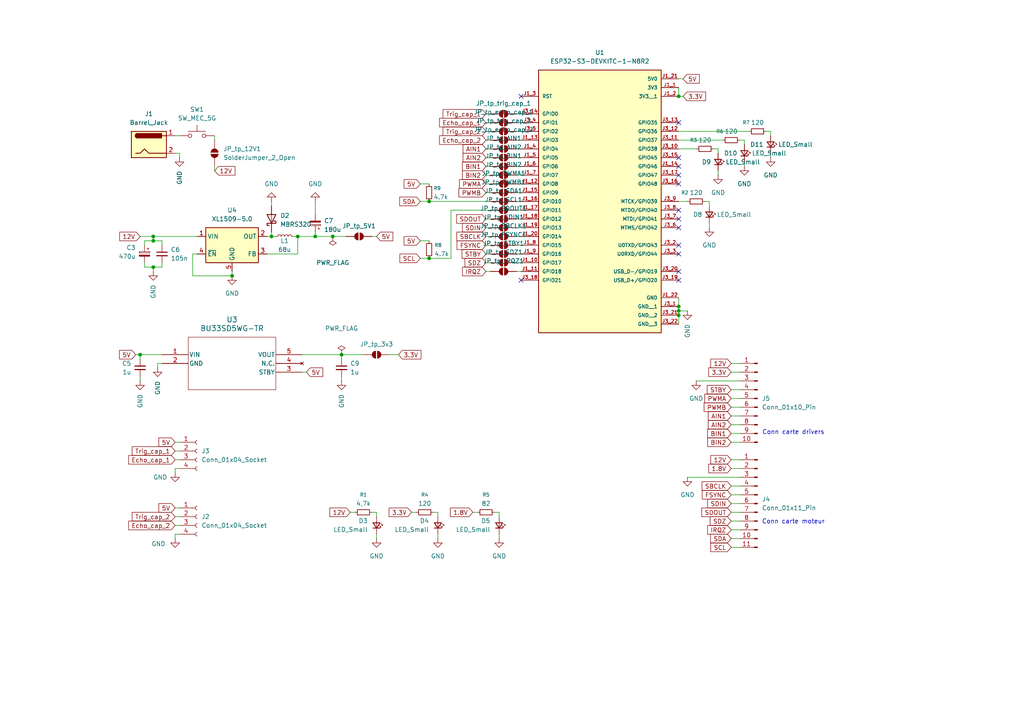
<source format=kicad_sch>
(kicad_sch (version 20250114) (generator "eeschema") (generator_version "9.0")
  (paper "A4")
  (lib_symbols
    (symbol "2025-09-19_12-39-26:BU33SD5WG-TR" (pin_names (offset 0.254))
      (property "Reference" "U" (at 20.32 10.16 0))
      (property "Value" "BU33SD5WG-TR" (at 20.32 7.62 0))
      (symbol "BU33SD5WG-TR_0_1"
        (pin unspecified line (at 0 0 0) (length 7.62) (name "VIN") (number "1"))
        (pin power_out line (at 0 -2.54 0) (length 7.62) (name "GND") (number "2"))
        (pin output line (at 40.64 0 180) (length 7.62) (name "VOUT") (number "5"))
        (pin no_connect line (at 40.64 -2.54 180) (length 7.62) (name "N.C.") (number "4"))
        (pin unspecified line (at 40.64 -5.08 180) (length 7.62) (name "STBY") (number "3"))
      )
    )
    (symbol "Connector:Barrel_Jack" (pin_names (offset 1.016))
      (property "Reference" "J" (at 0 5.334 0))
      (property "Value" "Barrel_Jack" (at 0 -5.08 0))
      (symbol "Barrel_Jack_1_1"
        (pin passive line (at 7.62 2.54 180) (length 2.54) (name "~") (number "1"))
        (pin passive line (at 7.62 -2.54 180) (length 2.54) (name "~") (number "2"))
      )
    )
    (symbol "Connector:Conn_01x04_Socket" (pin_names (offset 1.016) (hide yes))
      (property "Reference" "J" (at 0 5.08 0))
      (property "Value" "Conn_01x04_Socket" (at 0 -7.62 0))
      (symbol "Conn_01x04_Socket_1_1"
        (pin passive line (at -5.08 2.54 0) (length 3.81) (name "Pin_1") (number "1"))
        (pin passive line (at -5.08 0 0) (length 3.81) (name "Pin_2") (number "2"))
        (pin passive line (at -5.08 -2.54 0) (length 3.81) (name "Pin_3") (number "3"))
        (pin passive line (at -5.08 -5.08 0) (length 3.81) (name "Pin_4") (number "4"))
      )
    )
    (symbol "Connector:Conn_01x10_Pin" (pin_names (offset 1.016) (hide yes))
      (property "Reference" "J" (at 0 12.7 0))
      (property "Value" "Conn_01x10_Pin" (at 0 -15.24 0))
      (symbol "Conn_01x10_Pin_1_1"
        (pin passive line (at 5.08 10.16 180) (length 3.81) (name "Pin_1") (number "1"))
        (pin passive line (at 5.08 7.62 180) (length 3.81) (name "Pin_2") (number "2"))
        (pin passive line (at 5.08 5.08 180) (length 3.81) (name "Pin_3") (number "3"))
        (pin passive line (at 5.08 2.54 180) (length 3.81) (name "Pin_4") (number "4"))
        (pin passive line (at 5.08 0 180) (length 3.81) (name "Pin_5") (number "5"))
        (pin passive line (at 5.08 -2.54 180) (length 3.81) (name "Pin_6") (number "6"))
        (pin passive line (at 5.08 -5.08 180) (length 3.81) (name "Pin_7") (number "7"))
        (pin passive line (at 5.08 -7.62 180) (length 3.81) (name "Pin_8") (number "8"))
        (pin passive line (at 5.08 -10.16 180) (length 3.81) (name "Pin_9") (number "9"))
        (pin passive line (at 5.08 -12.7 180) (length 3.81) (name "Pin_10") (number "10"))
      )
    )
    (symbol "Connector:Conn_01x11_Pin" (pin_names (offset 1.016) (hide yes))
      (property "Reference" "J" (at 0 15.24 0))
      (property "Value" "Conn_01x11_Pin" (at 0 -15.24 0))
      (symbol "Conn_01x11_Pin_1_1"
        (pin passive line (at 5.08 12.7 180) (length 3.81) (name "Pin_1") (number "1"))
        (pin passive line (at 5.08 10.16 180) (length 3.81) (name "Pin_2") (number "2"))
        (pin passive line (at 5.08 7.62 180) (length 3.81) (name "Pin_3") (number "3"))
        (pin passive line (at 5.08 5.08 180) (length 3.81) (name "Pin_4") (number "4"))
        (pin passive line (at 5.08 2.54 180) (length 3.81) (name "Pin_5") (number "5"))
        (pin passive line (at 5.08 0 180) (length 3.81) (name "Pin_6") (number "6"))
        (pin passive line (at 5.08 -2.54 180) (length 3.81) (name "Pin_7") (number "7"))
        (pin passive line (at 5.08 -5.08 180) (length 3.81) (name "Pin_8") (number "8"))
        (pin passive line (at 5.08 -7.62 180) (length 3.81) (name "Pin_9") (number "9"))
        (pin passive line (at 5.08 -10.16 180) (length 3.81) (name "Pin_10") (number "10"))
        (pin passive line (at 5.08 -12.7 180) (length 3.81) (name "Pin_11") (number "11"))
      )
    )
    (symbol "Device:C_Polarized_Small" (pin_numbers (hide yes)) (pin_names (offset 0.254) (hide yes))
      (property "Reference" "C" (at 0.254 1.778 0))
      (property "Value" "C_Polarized_Small" (at 0.254 -2.032 0))
      (symbol "C_Polarized_Small_1_1"
        (pin passive line (at 0 2.54 270) (length 1.8542) (name "~") (number "1"))
        (pin passive line (at 0 -2.54 90) (length 1.8542) (name "~") (number "2"))
      )
    )
    (symbol "Device:C_Small" (pin_numbers (hide yes)) (pin_names (offset 0.254) (hide yes))
      (property "Reference" "C" (at 0.254 1.778 0))
      (property "Value" "C_Small" (at 0.254 -2.032 0))
      (symbol "C_Small_1_1"
        (pin passive line (at 0 2.54 270) (length 2.032) (name "~") (number "1"))
        (pin passive line (at 0 -2.54 90) (length 2.032) (name "~") (number "2"))
      )
    )
    (symbol "Device:LED_Small" (pin_numbers (hide yes)) (pin_names (offset 0.254) (hide yes))
      (property "Reference" "D" (at -1.27 3.175 0))
      (property "Value" "LED_Small" (at -4.445 -2.54 0))
      (symbol "LED_Small_1_1"
        (pin passive line (at -2.54 0 0) (length 1.778) (name "K") (number "1"))
        (pin passive line (at 2.54 0 180) (length 1.778) (name "A") (number "2"))
      )
    )
    (symbol "Device:L_Small" (pin_numbers (hide yes)) (pin_names (offset 0.254) (hide yes))
      (property "Reference" "L" (at 0.762 1.016 0))
      (property "Value" "L_Small" (at 0.762 -1.016 0))
      (symbol "L_Small_1_1"
        (pin passive line (at 0 2.54 270) (length 0.508) (name "~") (number "1"))
        (pin passive line (at 0 -2.54 90) (length 0.508) (name "~") (number "2"))
      )
    )
    (symbol "Device:R_Small" (pin_numbers (hide yes)) (pin_names (offset 0.254) (hide yes))
      (property "Reference" "R" (at 0 0 90))
      (property "Value" "R_Small" (at 1.778 0 90))
      (symbol "R_Small_1_1"
        (pin passive line (at 0 2.54 270) (length 0.762) (name "~") (number "1"))
        (pin passive line (at 0 -2.54 90) (length 0.762) (name "~") (number "2"))
      )
    )
    (symbol "Diode:1N5820" (pin_numbers (hide yes)) (pin_names (offset 1.016) (hide yes))
      (property "Reference" "D" (at 0 2.54 0))
      (property "Value" "1N5820" (at 0 -2.54 0))
      (symbol "1N5820_1_1"
        (pin passive line (at -3.81 0 0) (length 2.54) (name "K") (number "1"))
        (pin passive line (at 3.81 0 180) (length 2.54) (name "A") (number "2"))
      )
    )
    (symbol "ESP32-S3-DEVKITC-1-N8R2_1" (pin_names (offset 1.016))
      (property "Reference" "U" (at -17.78 35.56 0))
      (property "Value" "ESP32-S3-DEVKITC-1-N8R2" (at -17.78 -45.72 0))
      (symbol "ESP32-S3-DEVKITC-1-N8R2_1_0_0"
        (pin input line (at -22.86 25.4 0) (length 5.08) (name "RST") (number "J1_3"))
        (pin bidirectional line (at -22.86 20.32 0) (length 5.08) (name "GPIO0") (number "J3_14"))
        (pin bidirectional line (at -22.86 17.78 0) (length 5.08) (name "GPIO1") (number "J3_4"))
        (pin bidirectional line (at -22.86 15.24 0) (length 5.08) (name "GPIO2") (number "J3_5"))
        (pin bidirectional line (at -22.86 12.7 0) (length 5.08) (name "GPIO3") (number "J1_13"))
        (pin bidirectional line (at -22.86 10.16 0) (length 5.08) (name "GPIO4") (number "J1_4"))
        (pin bidirectional line (at -22.86 7.62 0) (length 5.08) (name "GPIO5") (number "J1_5"))
        (pin bidirectional line (at -22.86 5.08 0) (length 5.08) (name "GPIO6") (number "J1_6"))
        (pin bidirectional line (at -22.86 2.54 0) (length 5.08) (name "GPIO7") (number "J1_7"))
        (pin bidirectional line (at -22.86 0 0) (length 5.08) (name "GPIO8") (number "J1_12"))
        (pin bidirectional line (at -22.86 -2.54 0) (length 5.08) (name "GPIO9") (number "J1_15"))
        (pin bidirectional line (at -22.86 -5.08 0) (length 5.08) (name "GPIO10") (number "J1_16"))
        (pin bidirectional line (at -22.86 -7.62 0) (length 5.08) (name "GPIO11") (number "J1_17"))
        (pin bidirectional line (at -22.86 -10.16 0) (length 5.08) (name "GPIO12") (number "J1_18"))
        (pin bidirectional line (at -22.86 -12.7 0) (length 5.08) (name "GPIO13") (number "J1_19"))
        (pin bidirectional line (at -22.86 -15.24 0) (length 5.08) (name "GPIO14") (number "J1_20"))
        (pin bidirectional line (at -22.86 -17.78 0) (length 5.08) (name "GPIO15") (number "J1_8"))
        (pin bidirectional line (at -22.86 -20.32 0) (length 5.08) (name "GPIO16") (number "J1_9"))
        (pin bidirectional line (at -22.86 -22.86 0) (length 5.08) (name "GPIO17") (number "J1_10"))
        (pin bidirectional line (at -22.86 -25.4 0) (length 5.08) (name "GPIO18") (number "J1_11"))
        (pin bidirectional line (at -22.86 -27.94 0) (length 5.08) (name "GPIO21") (number "J3_18"))
        (pin power_in line (at 22.86 30.48 180) (length 5.08) (name "5V0") (number "J1_21"))
        (pin power_in line (at 22.86 27.94 180) (length 5.08) (name "3V3") (number "J1_1"))
        (pin power_in line (at 22.86 25.4 180) (length 5.08) (name "3V3__1") (number "J1_2"))
        (pin bidirectional line (at 22.86 17.78 180) (length 5.08) (name "GPIO35") (number "J3_13"))
        (pin bidirectional line (at 22.86 15.24 180) (length 5.08) (name "GPIO36") (number "J3_12"))
        (pin bidirectional line (at 22.86 12.7 180) (length 5.08) (name "GPIO37") (number "J3_11"))
        (pin bidirectional line (at 22.86 10.16 180) (length 5.08) (name "GPIO38") (number "J3_10"))
        (pin bidirectional line (at 22.86 7.62 180) (length 5.08) (name "GPIO45") (number "J3_15"))
        (pin bidirectional line (at 22.86 5.08 180) (length 5.08) (name "GPIO46") (number "J1_14"))
        (pin bidirectional line (at 22.86 2.54 180) (length 5.08) (name "GPIO47") (number "J3_17"))
        (pin bidirectional line (at 22.86 0 180) (length 5.08) (name "GPIO48") (number "J3_16"))
        (pin bidirectional line (at 22.86 -5.08 180) (length 5.08) (name "MTCK/GPIO39") (number "J3_9"))
        (pin bidirectional line (at 22.86 -7.62 180) (length 5.08) (name "MTDO/GPIO40") (number "J3_8"))
        (pin bidirectional line (at 22.86 -10.16 180) (length 5.08) (name "MTDI/GPIO41") (number "J3_7"))
        (pin bidirectional line (at 22.86 -12.7 180) (length 5.08) (name "MTMS/GPIO42") (number "J3_6"))
        (pin bidirectional line (at 22.86 -17.78 180) (length 5.08) (name "U0TXD/GPIO43") (number "J3_2"))
        (pin bidirectional line (at 22.86 -20.32 180) (length 5.08) (name "U0RXD/GPIO44") (number "J3_3"))
        (pin bidirectional line (at 22.86 -25.4 180) (length 5.08) (name "USB_D-/GPIO19") (number "J3_20"))
        (pin bidirectional line (at 22.86 -27.94 180) (length 5.08) (name "USB_D+/GPIO20") (number "J3_19"))
        (pin power_in line (at 22.86 -33.02 180) (length 5.08) (name "GND") (number "J1_22"))
        (pin power_in line (at 22.86 -35.56 180) (length 5.08) (name "GND__1") (number "J3_1"))
        (pin power_in line (at 22.86 -38.1 180) (length 5.08) (name "GND__2") (number "J3_21"))
        (pin power_in line (at 22.86 -40.64 180) (length 5.08) (name "GND__3") (number "J3_22"))
      )
    )
    (symbol "Jumper:SolderJumper_2_Open" (pin_numbers (hide yes)) (pin_names (offset 0) (hide yes)) (in_bom no)
      (property "Reference" "JP" (at 0 2.032 0))
      (property "Value" "SolderJumper_2_Open" (at 0 -2.54 0))
      (symbol "SolderJumper_2_Open_1_1"
        (pin passive line (at -3.81 0 0) (length 2.54) (name "A") (number "1"))
        (pin passive line (at 3.81 0 180) (length 2.54) (name "B") (number "2"))
      )
    )
    (symbol "Regulator_Switching:XL1509-5.0"
      (property "Reference" "U" (at -7.112 6.096 0))
      (property "Value" "XL1509-5.0" (at 5.842 6.096 0))
      (symbol "XL1509-5.0_1_1"
        (pin power_in line (at -10.16 2.54 0) (length 2.54) (name "VIN") (number "1"))
        (pin input line (at -10.16 -2.54 0) (length 2.54) (name "~{EN}") (number "4"))
        (pin power_in line (at 0 -7.62 90) (length 2.54) (name "GND") (number "5"))
        (pin passive line (at 0 -7.62 90) (length 2.54) (hide yes) (name "GND") (number "6"))
        (pin passive line (at 0 -7.62 90) (length 2.54) (hide yes) (name "GND") (number "7"))
        (pin passive line (at 0 -7.62 90) (length 2.54) (hide yes) (name "GND") (number "8"))
        (pin power_out line (at 10.16 2.54 180) (length 2.54) (name "OUT") (number "2"))
        (pin input line (at 10.16 -2.54 180) (length 2.54) (name "FB") (number "3"))
      )
    )
    (symbol "Switch:SW_MEC_5G" (pin_numbers (hide yes)) (pin_names (offset 1.016) (hide yes))
      (property "Reference" "SW" (at 1.27 2.54 0))
      (property "Value" "SW_MEC_5G" (at 0 -1.524 0))
      (symbol "SW_MEC_5G_0_1"
        (pin passive line (at -5.08 0 0) (length 2.54) (name "A") (number "1"))
        (pin passive line (at 5.08 0 180) (length 2.54) (name "B") (number "3"))
      )
      (symbol "SW_MEC_5G_1_1"
        (pin passive line (at -5.08 0 0) (length 2.54) (hide yes) (name "A") (number "2"))
        (pin passive line (at 5.08 0 180) (length 2.54) (hide yes) (name "B") (number "4"))
      )
    )
    (symbol "power:GND" (power) (pin_numbers (hide yes)) (pin_names (offset 0) (hide yes))
      (property "Value" "GND" (at 0 -3.81 0))
      (symbol "GND_1_1"
        (pin power_in line (at 0 0 270) (length 0) (name "~") (number "1"))
      )
    )
    (symbol "power:PWR_FLAG" (power) (pin_numbers (hide yes)) (pin_names (offset 0) (hide yes))
      (property "Value" "PWR_FLAG" (at 0 3.81 0))
      (symbol "PWR_FLAG_0_0"
        (pin power_out line (at 0 0 90) (length 0) (name "~") (number "1"))
      )
    )
  )
  (text "Conn carte moteur" (at 230.124 151.384 0) (effects (font (size 1.27 1.27))))
  (text "Conn carte drivers" (at 230.124 125.476 0) (effects (font (size 1.27 1.27))))
  (junction (at 78.74 68.58))
  (junction (at 40.64 102.87))
  (junction (at 67.31 80.01))
  (junction (at 91.44 68.58))
  (junction (at 196.85 27.94))
  (junction (at 124.46 74.93))
  (junction (at 44.45 68.58))
  (junction (at 196.85 88.9))
  (junction (at 124.46 58.42))
  (junction (at 86.36 68.58))
  (junction (at 99.06 102.87))
  (junction (at 96.52 68.58))
  (junction (at 196.85 90.17))
  (junction (at 196.85 91.44))
  (junction (at 44.45 69.85))
  (junction (at 44.45 77.47))
  (no_connect (at 196.85 66.04))
  (no_connect (at 196.85 53.34))
  (no_connect (at 196.85 73.66))
  (no_connect (at 196.85 78.74))
  (no_connect (at 151.13 27.94))
  (no_connect (at 196.85 35.56))
  (no_connect (at 196.85 45.72))
  (no_connect (at 196.85 63.5))
  (no_connect (at 196.85 48.26))
  (no_connect (at 196.85 81.28))
  (no_connect (at 196.85 60.96))
  (no_connect (at 151.13 81.28))
  (no_connect (at 196.85 71.12))
  (no_connect (at 196.85 50.8))
  (wire (pts (xy 196.85 27.94) (xy 198.12 27.94)))
  (wire (pts (xy 137.16 148.59) (xy 138.43 148.59)))
  (wire (pts (xy 214.63 151.13) (xy 212.09 151.13)))
  (wire (pts (xy 62.23 40.64) (xy 62.23 39.37)))
  (wire (pts (xy 113.03 102.87) (xy 115.57 102.87)))
  (wire (pts (xy 214.63 133.35) (xy 212.09 133.35)))
  (wire (pts (xy 208.28 49.53) (xy 208.28 50.8)))
  (wire (pts (xy 85.09 68.58) (xy 86.36 68.58)))
  (wire (pts (xy 215.9 41.91) (xy 215.9 40.64)))
  (wire (pts (xy 50.8 133.35) (xy 52.07 133.35)))
  (wire (pts (xy 107.95 68.58) (xy 109.22 68.58)))
  (wire (pts (xy 214.63 128.27) (xy 212.09 128.27)))
  (wire (pts (xy 140.97 43.18) (xy 142.24 43.18)))
  (wire (pts (xy 44.45 68.58) (xy 44.45 69.85)))
  (wire (pts (xy 50.8 147.32) (xy 52.07 147.32)))
  (wire (pts (xy 196.85 91.44) (xy 196.85 90.17)))
  (wire (pts (xy 140.97 33.02) (xy 142.24 33.02)))
  (wire (pts (xy 91.44 58.42) (xy 91.44 62.23)))
  (wire (pts (xy 149.86 48.26) (xy 151.13 48.26)))
  (wire (pts (xy 86.36 68.58) (xy 86.36 73.66)))
  (wire (pts (xy 149.86 78.74) (xy 151.13 78.74)))
  (wire (pts (xy 52.07 45.72) (xy 52.07 44.45)))
  (wire (pts (xy 214.63 156.21) (xy 212.09 156.21)))
  (wire (pts (xy 149.86 45.72) (xy 151.13 45.72)))
  (wire (pts (xy 46.99 76.2) (xy 46.99 77.47)))
  (wire (pts (xy 50.8 152.4) (xy 52.07 152.4)))
  (wire (pts (xy 121.92 53.34) (xy 124.46 53.34)))
  (wire (pts (xy 214.63 143.51) (xy 212.09 143.51)))
  (wire (pts (xy 223.52 38.1) (xy 222.25 38.1)))
  (wire (pts (xy 78.74 68.58) (xy 80.01 68.58)))
  (wire (pts (xy 44.45 69.85) (xy 46.99 69.85)))
  (wire (pts (xy 130.81 74.93) (xy 130.81 60.96)))
  (wire (pts (xy 78.74 58.42) (xy 78.74 59.69)))
  (wire (pts (xy 214.63 107.95) (xy 212.09 107.95)))
  (wire (pts (xy 127 149.86) (xy 127 148.59)))
  (wire (pts (xy 149.86 35.56) (xy 151.13 35.56)))
  (wire (pts (xy 121.92 69.85) (xy 124.46 69.85)))
  (wire (pts (xy 208.28 43.18) (xy 207.01 43.18)))
  (wire (pts (xy 67.31 78.74) (xy 67.31 80.01)))
  (wire (pts (xy 196.85 90.17) (xy 199.39 90.17)))
  (wire (pts (xy 109.22 148.59) (xy 107.95 148.59)))
  (wire (pts (xy 140.97 40.64) (xy 142.24 40.64)))
  (wire (pts (xy 196.85 40.64) (xy 209.55 40.64)))
  (wire (pts (xy 140.97 38.1) (xy 142.24 38.1)))
  (wire (pts (xy 140.97 63.5) (xy 142.24 63.5)))
  (wire (pts (xy 50.8 154.94) (xy 52.07 154.94)))
  (wire (pts (xy 55.88 73.66) (xy 57.15 73.66)))
  (wire (pts (xy 39.37 102.87) (xy 40.64 102.87)))
  (wire (pts (xy 99.06 109.22) (xy 99.06 110.49)))
  (wire (pts (xy 149.86 73.66) (xy 151.13 73.66)))
  (wire (pts (xy 144.78 149.86) (xy 144.78 148.59)))
  (wire (pts (xy 55.88 80.01) (xy 67.31 80.01)))
  (wire (pts (xy 140.97 71.12) (xy 142.24 71.12)))
  (wire (pts (xy 140.97 53.34) (xy 142.24 53.34)))
  (wire (pts (xy 41.91 69.85) (xy 44.45 69.85)))
  (wire (pts (xy 99.06 102.87) (xy 99.06 104.14)))
  (wire (pts (xy 140.97 68.58) (xy 142.24 68.58)))
  (wire (pts (xy 140.97 76.2) (xy 142.24 76.2)))
  (wire (pts (xy 214.63 153.67) (xy 212.09 153.67)))
  (wire (pts (xy 214.63 123.19) (xy 212.09 123.19)))
  (wire (pts (xy 44.45 77.47) (xy 44.45 78.74)))
  (wire (pts (xy 199.39 138.43) (xy 214.63 138.43)))
  (wire (pts (xy 127 154.94) (xy 127 156.21)))
  (wire (pts (xy 214.63 105.41) (xy 212.09 105.41)))
  (wire (pts (xy 127 148.59) (xy 125.73 148.59)))
  (wire (pts (xy 223.52 44.45) (xy 223.52 45.72)))
  (wire (pts (xy 214.63 158.75) (xy 212.09 158.75)))
  (wire (pts (xy 214.63 113.03) (xy 212.09 113.03)))
  (wire (pts (xy 149.86 43.18) (xy 151.13 43.18)))
  (wire (pts (xy 196.85 86.36) (xy 196.85 88.9)))
  (wire (pts (xy 149.86 58.42) (xy 151.13 58.42)))
  (wire (pts (xy 130.81 60.96) (xy 142.24 60.96)))
  (wire (pts (xy 196.85 38.1) (xy 217.17 38.1)))
  (wire (pts (xy 57.15 68.58) (xy 44.45 68.58)))
  (wire (pts (xy 40.64 68.58) (xy 44.45 68.58)))
  (wire (pts (xy 77.47 68.58) (xy 78.74 68.58)))
  (wire (pts (xy 119.38 148.59) (xy 120.65 148.59)))
  (wire (pts (xy 205.74 58.42) (xy 204.47 58.42)))
  (wire (pts (xy 62.23 48.26) (xy 62.23 49.53)))
  (wire (pts (xy 140.97 66.04) (xy 142.24 66.04)))
  (wire (pts (xy 223.52 39.37) (xy 223.52 38.1)))
  (wire (pts (xy 149.86 66.04) (xy 151.13 66.04)))
  (wire (pts (xy 149.86 76.2) (xy 151.13 76.2)))
  (wire (pts (xy 91.44 68.58) (xy 96.52 68.58)))
  (wire (pts (xy 196.85 25.4) (xy 196.85 27.94)))
  (wire (pts (xy 109.22 154.94) (xy 109.22 156.21)))
  (wire (pts (xy 140.97 48.26) (xy 142.24 48.26)))
  (wire (pts (xy 40.64 109.22) (xy 40.64 110.49)))
  (wire (pts (xy 140.97 50.8) (xy 142.24 50.8)))
  (wire (pts (xy 214.63 115.57) (xy 212.09 115.57)))
  (wire (pts (xy 87.63 107.95) (xy 88.9 107.95)))
  (wire (pts (xy 50.8 156.21) (xy 50.8 154.94)))
  (wire (pts (xy 208.28 44.45) (xy 208.28 43.18)))
  (wire (pts (xy 91.44 68.58) (xy 86.36 68.58)))
  (wire (pts (xy 201.93 110.49) (xy 214.63 110.49)))
  (wire (pts (xy 196.85 43.18) (xy 201.93 43.18)))
  (wire (pts (xy 215.9 46.99) (xy 215.9 48.26)))
  (wire (pts (xy 149.86 71.12) (xy 151.13 71.12)))
  (wire (pts (xy 121.92 58.42) (xy 124.46 58.42)))
  (wire (pts (xy 196.85 91.44) (xy 196.85 93.98)))
  (wire (pts (xy 196.85 58.42) (xy 199.39 58.42)))
  (wire (pts (xy 78.74 67.31) (xy 78.74 68.58)))
  (wire (pts (xy 215.9 40.64) (xy 214.63 40.64)))
  (wire (pts (xy 46.99 69.85) (xy 46.99 71.12)))
  (wire (pts (xy 214.63 120.65) (xy 212.09 120.65)))
  (wire (pts (xy 124.46 58.42) (xy 142.24 58.42)))
  (wire (pts (xy 140.97 78.74) (xy 142.24 78.74)))
  (wire (pts (xy 50.8 149.86) (xy 52.07 149.86)))
  (wire (pts (xy 109.22 149.86) (xy 109.22 148.59)))
  (wire (pts (xy 214.63 140.97) (xy 212.09 140.97)))
  (wire (pts (xy 149.86 68.58) (xy 151.13 68.58)))
  (wire (pts (xy 149.86 60.96) (xy 151.13 60.96)))
  (wire (pts (xy 149.86 40.64) (xy 151.13 40.64)))
  (wire (pts (xy 124.46 74.93) (xy 130.81 74.93)))
  (wire (pts (xy 140.97 55.88) (xy 142.24 55.88)))
  (wire (pts (xy 149.86 38.1) (xy 151.13 38.1)))
  (wire (pts (xy 99.06 102.87) (xy 105.41 102.87)))
  (wire (pts (xy 41.91 71.12) (xy 41.91 69.85)))
  (wire (pts (xy 214.63 125.73) (xy 212.09 125.73)))
  (wire (pts (xy 45.72 106.68) (xy 45.72 105.41)))
  (wire (pts (xy 50.8 39.37) (xy 52.07 39.37)))
  (wire (pts (xy 50.8 137.16) (xy 50.8 135.89)))
  (wire (pts (xy 44.45 77.47) (xy 46.99 77.47)))
  (wire (pts (xy 144.78 154.94) (xy 144.78 156.21)))
  (wire (pts (xy 214.63 146.05) (xy 212.09 146.05)))
  (wire (pts (xy 45.72 105.41) (xy 46.99 105.41)))
  (wire (pts (xy 214.63 118.11) (xy 212.09 118.11)))
  (wire (pts (xy 46.99 102.87) (xy 40.64 102.87)))
  (wire (pts (xy 50.8 130.81) (xy 52.07 130.81)))
  (wire (pts (xy 50.8 135.89) (xy 52.07 135.89)))
  (wire (pts (xy 52.07 44.45) (xy 50.8 44.45)))
  (wire (pts (xy 149.86 33.02) (xy 151.13 33.02)))
  (wire (pts (xy 149.86 50.8) (xy 151.13 50.8)))
  (wire (pts (xy 101.6 148.59) (xy 102.87 148.59)))
  (wire (pts (xy 144.78 148.59) (xy 143.51 148.59)))
  (wire (pts (xy 205.74 59.69) (xy 205.74 58.42)))
  (wire (pts (xy 140.97 35.56) (xy 142.24 35.56)))
  (wire (pts (xy 40.64 102.87) (xy 40.64 104.14)))
  (wire (pts (xy 96.52 68.58) (xy 100.33 68.58)))
  (wire (pts (xy 121.92 74.93) (xy 124.46 74.93)))
  (wire (pts (xy 149.86 63.5) (xy 151.13 63.5)))
  (wire (pts (xy 140.97 45.72) (xy 142.24 45.72)))
  (wire (pts (xy 205.74 64.77) (xy 205.74 66.04)))
  (wire (pts (xy 214.63 135.89) (xy 212.09 135.89)))
  (wire (pts (xy 91.44 67.31) (xy 91.44 68.58)))
  (wire (pts (xy 41.91 76.2) (xy 41.91 77.47)))
  (wire (pts (xy 87.63 102.87) (xy 99.06 102.87)))
  (wire (pts (xy 50.8 128.27) (xy 52.07 128.27)))
  (wire (pts (xy 41.91 77.47) (xy 44.45 77.47)))
  (wire (pts (xy 149.86 53.34) (xy 151.13 53.34)))
  (wire (pts (xy 196.85 90.17) (xy 196.85 88.9)))
  (wire (pts (xy 196.85 22.86) (xy 198.12 22.86)))
  (wire (pts (xy 77.47 73.66) (xy 86.36 73.66)))
  (wire (pts (xy 140.97 73.66) (xy 142.24 73.66)))
  (wire (pts (xy 55.88 73.66) (xy 55.88 80.01)))
  (wire (pts (xy 214.63 148.59) (xy 212.09 148.59)))
  (wire (pts (xy 149.86 55.88) (xy 151.13 55.88)))
  (global_label "AIN1" (shape input) (at 140.97 43.18 180) (effects (font (thickness 0.1588))) (property "Intersheetrefs" "${INTERSHEET_REFS}" (effects (hide yes))))
  (global_label "3.3V" (shape input) (at 212.09 107.95 180) (property "Intersheetrefs" "${INTERSHEET_REFS}" (effects (hide yes))))
  (global_label "Echo_cap_2" (shape input) (at 140.97 40.64 180) (property "Intersheetrefs" "${INTERSHEET_REFS}" (effects (hide yes))))
  (global_label "Trig_cap_2" (shape input) (at 50.8 149.86 180) (property "Intersheetrefs" "${INTERSHEET_REFS}" (effects (hide yes))))
  (global_label "SDA" (shape input) (at 121.92 58.42 180) (property "Intersheetrefs" "${INTERSHEET_REFS}" (effects (hide yes))))
  (global_label "SDIN" (shape input) (at 212.09 146.05 180) (property "Intersheetrefs" "${INTERSHEET_REFS}" (effects (hide yes))))
  (global_label "FSYNC" (shape input) (at 140.97 71.12 180) (property "Intersheetrefs" "${INTERSHEET_REFS}" (effects (hide yes))))
  (global_label "PWMB" (shape input) (at 212.09 118.11 180) (effects (font (thickness 0.1588))) (property "Intersheetrefs" "${INTERSHEET_REFS}" (effects (hide yes))))
  (global_label "12V" (shape input) (at 62.23 49.53 0) (property "Intersheetrefs" "${INTERSHEET_REFS}" (effects (hide yes))))
  (global_label "SBCLK" (shape input) (at 140.97 68.58 180) (property "Intersheetrefs" "${INTERSHEET_REFS}" (effects (hide yes))))
  (global_label "5V" (shape input) (at 198.12 22.86 0) (property "Intersheetrefs" "${INTERSHEET_REFS}" (effects (hide yes))))
  (global_label "SCL" (shape input) (at 121.92 74.93 180) (property "Intersheetrefs" "${INTERSHEET_REFS}" (effects (hide yes))))
  (global_label "PWMB" (shape input) (at 140.97 55.88 180) (effects (font (thickness 0.1588))) (property "Intersheetrefs" "${INTERSHEET_REFS}" (effects (hide yes))))
  (global_label "Trig_cap_1" (shape input) (at 140.97 33.02 180) (property "Intersheetrefs" "${INTERSHEET_REFS}" (effects (hide yes))))
  (global_label "5V" (shape input) (at 109.22 68.58 0) (property "Intersheetrefs" "${INTERSHEET_REFS}" (effects (hide yes))))
  (global_label "1.8V" (shape input) (at 212.09 135.89 180) (property "Intersheetrefs" "${INTERSHEET_REFS}" (effects (hide yes))))
  (global_label "AIN2" (shape input) (at 212.09 123.19 180) (effects (font (thickness 0.1588))) (property "Intersheetrefs" "${INTERSHEET_REFS}" (effects (hide yes))))
  (global_label "AIN2" (shape input) (at 140.97 45.72 180) (effects (font (thickness 0.1588))) (property "Intersheetrefs" "${INTERSHEET_REFS}" (effects (hide yes))))
  (global_label "12V" (shape input) (at 40.64 68.58 180) (property "Intersheetrefs" "${INTERSHEET_REFS}" (effects (hide yes))))
  (global_label "BIN2" (shape input) (at 212.09 128.27 180) (effects (font (thickness 0.1588))) (property "Intersheetrefs" "${INTERSHEET_REFS}" (effects (hide yes))))
  (global_label "5V" (shape input) (at 88.9 107.95 0) (property "Intersheetrefs" "${INTERSHEET_REFS}" (effects (hide yes))))
  (global_label "BIN1" (shape input) (at 212.09 125.73 180) (effects (font (thickness 0.1588))) (property "Intersheetrefs" "${INTERSHEET_REFS}" (effects (hide yes))))
  (global_label "BIN1" (shape input) (at 140.97 48.26 180) (effects (font (thickness 0.1588))) (property "Intersheetrefs" "${INTERSHEET_REFS}" (effects (hide yes))))
  (global_label "SCL" (shape input) (at 212.09 158.75 180) (property "Intersheetrefs" "${INTERSHEET_REFS}" (effects (hide yes))))
  (global_label "BIN2" (shape input) (at 140.97 50.8 180) (effects (font (thickness 0.1588))) (property "Intersheetrefs" "${INTERSHEET_REFS}" (effects (hide yes))))
  (global_label "SDOUT" (shape input) (at 212.09 148.59 180) (property "Intersheetrefs" "${INTERSHEET_REFS}" (effects (hide yes))))
  (global_label "5V" (shape input) (at 121.92 53.34 180) (property "Intersheetrefs" "${INTERSHEET_REFS}" (effects (hide yes))))
  (global_label "AIN1" (shape input) (at 212.09 120.65 180) (effects (font (thickness 0.1588))) (property "Intersheetrefs" "${INTERSHEET_REFS}" (effects (hide yes))))
  (global_label "3.3V" (shape input) (at 119.38 148.59 180) (property "Intersheetrefs" "${INTERSHEET_REFS}" (effects (hide yes))))
  (global_label "STBY" (shape input) (at 212.09 113.03 180) (effects (font (thickness 0.1588))) (property "Intersheetrefs" "${INTERSHEET_REFS}" (effects (hide yes))))
  (global_label "STBY" (shape input) (at 140.97 73.66 180) (effects (font (thickness 0.1588))) (property "Intersheetrefs" "${INTERSHEET_REFS}" (effects (hide yes))))
  (global_label "SDZ" (shape input) (at 140.97 76.2 180) (property "Intersheetrefs" "${INTERSHEET_REFS}" (effects (hide yes))))
  (global_label "12V" (shape input) (at 212.09 105.41 180) (property "Intersheetrefs" "${INTERSHEET_REFS}" (effects (hide yes))))
  (global_label "SDZ" (shape input) (at 212.09 151.13 180) (property "Intersheetrefs" "${INTERSHEET_REFS}" (effects (hide yes))))
  (global_label "SDOUT" (shape input) (at 140.97 63.5 180) (property "Intersheetrefs" "${INTERSHEET_REFS}" (effects (hide yes))))
  (global_label "3.3V" (shape input) (at 198.12 27.94 0) (property "Intersheetrefs" "${INTERSHEET_REFS}" (effects (hide yes))))
  (global_label "1.8V" (shape input) (at 137.16 148.59 180) (property "Intersheetrefs" "${INTERSHEET_REFS}" (effects (hide yes))))
  (global_label "FSYNC" (shape input) (at 212.09 143.51 180) (property "Intersheetrefs" "${INTERSHEET_REFS}" (effects (hide yes))))
  (global_label "Echo_cap_1" (shape input) (at 50.8 133.35 180) (property "Intersheetrefs" "${INTERSHEET_REFS}" (effects (hide yes))))
  (global_label "12V" (shape input) (at 101.6 148.59 180) (property "Intersheetrefs" "${INTERSHEET_REFS}" (effects (hide yes))))
  (global_label "IRQZ" (shape input) (at 140.97 78.74 180) (property "Intersheetrefs" "${INTERSHEET_REFS}" (effects (hide yes))))
  (global_label "Echo_cap_2" (shape input) (at 50.8 152.4 180) (property "Intersheetrefs" "${INTERSHEET_REFS}" (effects (hide yes))))
  (global_label "SBCLK" (shape input) (at 212.09 140.97 180) (property "Intersheetrefs" "${INTERSHEET_REFS}" (effects (hide yes))))
  (global_label "5V" (shape input) (at 50.8 147.32 180) (property "Intersheetrefs" "${INTERSHEET_REFS}" (effects (hide yes))))
  (global_label "12V" (shape input) (at 212.09 133.35 180) (property "Intersheetrefs" "${INTERSHEET_REFS}" (effects (hide yes))))
  (global_label "IRQZ" (shape input) (at 212.09 153.67 180) (property "Intersheetrefs" "${INTERSHEET_REFS}" (effects (hide yes))))
  (global_label "PWMA" (shape input) (at 212.09 115.57 180) (effects (font (thickness 0.1588))) (property "Intersheetrefs" "${INTERSHEET_REFS}" (effects (hide yes))))
  (global_label "Trig_cap_1" (shape input) (at 50.8 130.81 180) (property "Intersheetrefs" "${INTERSHEET_REFS}" (effects (hide yes))))
  (global_label "5V" (shape input) (at 39.37 102.87 180) (property "Intersheetrefs" "${INTERSHEET_REFS}" (effects (hide yes))))
  (global_label "SDA" (shape input) (at 212.09 156.21 180) (property "Intersheetrefs" "${INTERSHEET_REFS}" (effects (hide yes))))
  (global_label "5V" (shape input) (at 50.8 128.27 180) (property "Intersheetrefs" "${INTERSHEET_REFS}" (effects (hide yes))))
  (global_label "PWMA" (shape input) (at 140.97 53.34 180) (effects (font (thickness 0.1588))) (property "Intersheetrefs" "${INTERSHEET_REFS}" (effects (hide yes))))
  (global_label "5V" (shape input) (at 121.92 69.85 180) (property "Intersheetrefs" "${INTERSHEET_REFS}" (effects (hide yes))))
  (global_label "Trig_cap_2" (shape input) (at 140.97 38.1 180) (property "Intersheetrefs" "${INTERSHEET_REFS}" (effects (hide yes))))
  (global_label "3.3V" (shape input) (at 115.57 102.87 0) (property "Intersheetrefs" "${INTERSHEET_REFS}" (effects (hide yes))))
  (global_label "Echo_cap_1" (shape input) (at 140.97 35.56 180) (property "Intersheetrefs" "${INTERSHEET_REFS}" (effects (hide yes))))
  (global_label "SDIN" (shape input) (at 140.97 66.04 180) (property "Intersheetrefs" "${INTERSHEET_REFS}" (effects (hide yes))))
  (symbol (lib_id "Connector:Barrel_Jack") (at 43.18 41.91 0) (unit 1)
    (property "Reference" "J1" (at 43.18 33.02 0))
    (property "Value" "Barrel_Jack" (at 43.18 35.56 0))
    (property "Description" "DC Barrel Jack" (effects (hide yes)))
  )
  (symbol (lib_id "Device:R_Small") (at 124.46 55.88 0) (unit 1)
    (property "Reference" "R9" (at 125.73 54.61 0) (effects (font (size 1.016 1.016)) (justify left)))
    (property "Value" "4.7k" (at 125.73 57.15 0) (effects (justify left)))
    (property "Footprint" "Resistor_SMD:R_0603_1608Metric_Pad0.98x0.95mm_HandSolder" (effects (hide yes)))
    (property "Description" "Resistor, small symbol" (effects (hide yes)))
  )
  (symbol (lib_id "power:GND") (at 215.9 48.26 0) (unit 1)
    (property "Reference" "#PWR015" (effects (hide yes)))
    (property "Value" "GND" (at 215.9 53.34 0))
    (property "Description" "Power symbol creates a global label with name \"GND\" , ground" (effects (hide yes)))
  )
  (symbol (lib_id "Connector:Conn_01x11_Pin") (at 219.71 146.05 0) (mirror y) (unit 1)
    (property "Reference" "J4" (at 220.98 144.7799 0) (effects (justify right)))
    (property "Value" "Conn_01x11_Pin" (at 220.98 147.3199 0) (effects (justify right)))
    (property "Footprint" "Connector_PinHeader_1.00mm:PinHeader_1x10_P1.00mm_Vertical" (effects (hide yes)))
    (property "Description" "Generic connector, single row, 01x11, script generated" (effects (hide yes)))
  )
  (symbol (lib_id "Device:LED_Small") (at 127 152.4 270) (mirror x) (unit 1)
    (property "Reference" "D4" (at 124.46 151.0664 90) (effects (justify right)))
    (property "Value" "LED_Small" (at 124.46 153.6064 90) (effects (justify right)))
    (property "Footprint" "LED_SMD:LED_0603_1608Metric_Pad1.05x0.95mm_HandSolder" (effects (hide yes)))
    (property "Description" "Light emitting diode, small symbol" (effects (hide yes)))
    (property "Sim.Pin" "1=K 2=A" (effects (hide yes)))
  )
  (symbol (lib_id "Device:R_Small") (at 105.41 148.59 90) (unit 1)
    (property "Reference" "R1" (at 105.41 143.51 90) (effects (font (size 1.016 1.016))))
    (property "Value" "4,7k" (at 105.41 146.05 90))
    (property "Footprint" "Resistor_SMD:R_0603_1608Metric_Pad0.98x0.95mm_HandSolder" (effects (hide yes)))
    (property "Description" "Resistor, small symbol" (effects (hide yes)))
  )
  (symbol (lib_id "Jumper:SolderJumper_2_Open") (at 146.05 76.2 0) (unit 1) (in_bom no)
    (property "Reference" "JP_tp_SDZ1" (at 146.05 73.152 0))
    (property "Value" "SolderJumper_2_Open" (effects (hide yes)))
    (property "Footprint" "Jumper:SolderJumper-2_P1.3mm_Open_TrianglePad1.0x1.5mm" (effects (hide yes)))
    (property "Description" "Solder Jumper, 2-pole, open" (effects (hide yes)))
  )
  (symbol (lib_id "power:GND") (at 50.8 137.16 0) (unit 1)
    (property "Reference" "#PWR036" (effects (hide yes)))
    (property "Value" "GND" (at 48.514 138.43 0) (effects (justify right)))
    (property "Description" "Power symbol creates a global label with name \"GND\" , ground" (effects (hide yes)))
  )
  (symbol (lib_id "power:GND") (at 199.39 90.17 0) (unit 1)
    (property "Reference" "#PWR07" (effects (hide yes)))
    (property "Value" "GND" (at 199.3901 93.98 90) (effects (justify right)))
    (property "Description" "Power symbol creates a global label with name \"GND\" , ground" (effects (hide yes)))
  )
  (symbol (lib_id "Device:R_Small") (at 219.71 38.1 90) (unit 1)
    (property "Reference" "R7" (at 216.408 35.56 90) (effects (font (size 1.016 1.016))))
    (property "Value" "120" (at 219.71 35.56 90))
    (property "Footprint" "Resistor_SMD:R_0603_1608Metric_Pad0.98x0.95mm_HandSolder" (effects (hide yes)))
    (property "Description" "Resistor, small symbol" (effects (hide yes)))
  )
  (symbol (lib_id "power:GND") (at 78.74 58.42 180) (unit 1)
    (property "Reference" "#PWR010" (effects (hide yes)))
    (property "Value" "GND" (at 78.74 53.34 0))
    (property "Description" "Power symbol creates a global label with name \"GND\" , ground" (effects (hide yes)))
  )
  (symbol (lib_id "2025-09-19_12-39-26:BU33SD5WG-TR") (at 46.99 102.87 0) (unit 1)
    (property "Reference" "U3" (at 67.31 92.71 0) (effects (font (size 1.524 1.524))))
    (property "Value" "BU33SD5WG-TR" (at 67.31 95.25 0) (effects (font (size 1.524 1.524))))
    (property "Footprint" "footprints:SSOP5_ROM-L" (effects (hide yes)))
    (property "Datasheet" "BU33SD5WG-TR" (effects (hide yes)))
  )
  (symbol (lib_id "power:GND") (at 144.78 156.21 0) (unit 1)
    (property "Reference" "#PWR019" (effects (hide yes)))
    (property "Value" "GND" (at 144.78 161.29 0))
    (property "Description" "Power symbol creates a global label with name \"GND\" , ground" (effects (hide yes)))
  )
  (symbol (lib_id "Device:C_Small") (at 99.06 106.68 0) (unit 1)
    (property "Reference" "C9" (at 101.6 105.4162 0) (effects (justify left)))
    (property "Value" "1u" (at 101.6 107.9562 0) (effects (justify left)))
    (property "Footprint" "Capacitor_SMD:C_0603_1608Metric_Pad1.08x0.95mm_HandSolder" (effects (hide yes)))
    (property "Description" "Unpolarized capacitor, small symbol" (effects (hide yes)))
  )
  (symbol (lib_id "Jumper:SolderJumper_2_Open") (at 104.14 68.58 0) (unit 1) (in_bom no)
    (property "Reference" "JP_tp_5V1" (at 104.14 65.532 0))
    (property "Value" "SolderJumper_2_Open" (effects (hide yes)))
    (property "Footprint" "Jumper:SolderJumper-2_P1.3mm_Open_TrianglePad1.0x1.5mm" (effects (hide yes)))
    (property "Description" "Solder Jumper, 2-pole, open" (effects (hide yes)))
  )
  (symbol (lib_name "ESP32-S3-DEVKITC-1-N8R2_1") (lib_id "ESP32-S3-DEVKITC-1-N8R2:ESP32-S3-DEVKITC-1-N8R2") (at 173.99 53.34 0) (unit 1)
    (property "Reference" "U1" (at 173.99 15.24 0))
    (property "Value" "ESP32-S3-DEVKITC-1-N8R2" (at 173.99 17.78 0))
    (property "Footprint" "footprints:XCVR_ESP32-S3-DEVKITC-1-N8R2" (effects (hide yes)))
    (property "PARTREV" "V1" (effects (hide yes)))
    (property "STANDARD" "Manufacturer Recommendations" (effects (hide yes)))
    (property "MANUFACTURER" "Espressif" (effects (hide yes)))
  )
  (symbol (lib_id "Regulator_Switching:XL1509-5.0") (at 67.31 71.12 0) (unit 1)
    (property "Reference" "U4" (at 67.31 60.96 0))
    (property "Value" "XL1509-5.0" (at 67.31 63.5 0))
    (property "Footprint" "Package_SO:SOIC-8_3.9x4.9mm_P1.27mm" (effects (hide yes)))
    (property "Datasheet" "https://datasheet.lcsc.com/lcsc/1809050422_XLSEMI-XL1509-5-0E1_C61063.pdf" (effects (hide yes)))
    (property "Description" "Buck DC/DC Converter, 2A, 5V Output Voltage, 7-40V Input Voltage" (effects (hide yes)))
  )
  (symbol (lib_id "power:GND") (at 208.28 50.8 0) (unit 1)
    (property "Reference" "#PWR012" (effects (hide yes)))
    (property "Value" "GND" (at 208.28 55.88 0))
    (property "Description" "Power symbol creates a global label with name \"GND\" , ground" (effects (hide yes)))
  )
  (symbol (lib_id "Connector:Conn_01x10_Pin") (at 219.71 115.57 0) (mirror y) (unit 1)
    (property "Reference" "J5" (at 220.98 115.5699 0) (effects (justify right)))
    (property "Value" "Conn_01x10_Pin" (at 220.98 118.1099 0) (effects (justify right)))
    (property "Footprint" "Connector_PinHeader_1.00mm:PinHeader_1x11_P1.00mm_Vertical" (effects (hide yes)))
    (property "Description" "Generic connector, single row, 01x10, script generated" (effects (hide yes)))
  )
  (symbol (lib_id "Device:LED_Small") (at 205.74 62.23 270) (mirror x) (unit 1)
    (property "Reference" "D8" (at 203.708 62.23 90) (effects (justify right)))
    (property "Value" "LED_Small" (at 217.932 62.23 90) (effects (justify right)))
    (property "Footprint" "LED_SMD:LED_0603_1608Metric_Pad1.05x0.95mm_HandSolder" (effects (hide yes)))
    (property "Description" "Light emitting diode, small symbol" (effects (hide yes)))
    (property "Sim.Pin" "1=K 2=A" (effects (hide yes)))
  )
  (symbol (lib_id "power:GND") (at 199.39 138.43 0) (unit 1)
    (property "Reference" "#PWR04" (effects (hide yes)))
    (property "Value" "GND" (at 199.39 143.51 0))
    (property "Description" "Power symbol creates a global label with name \"GND\" , ground" (effects (hide yes)))
  )
  (symbol (lib_id "Device:R_Small") (at 212.09 40.64 90) (unit 1)
    (property "Reference" "R6" (at 208.788 38.1 90) (effects (font (size 1.016 1.016))))
    (property "Value" "120" (at 212.09 38.1 90))
    (property "Footprint" "Resistor_SMD:R_0603_1608Metric_Pad0.98x0.95mm_HandSolder" (effects (hide yes)))
    (property "Description" "Resistor, small symbol" (effects (hide yes)))
  )
  (symbol (lib_id "Device:R_Small") (at 124.46 72.39 0) (unit 1)
    (property "Reference" "R8" (at 125.984 71.12 0) (effects (font (size 1.016 1.016)) (justify left)))
    (property "Value" "4.7k" (at 125.984 73.66 0) (effects (justify left)))
    (property "Footprint" "Resistor_SMD:R_0603_1608Metric_Pad0.98x0.95mm_HandSolder" (effects (hide yes)))
    (property "Description" "Resistor, small symbol" (effects (hide yes)))
  )
  (symbol (lib_id "power:GND") (at 223.52 45.72 0) (unit 1)
    (property "Reference" "#PWR016" (effects (hide yes)))
    (property "Value" "GND" (at 223.52 50.8 0))
    (property "Description" "Power symbol creates a global label with name \"GND\" , ground" (effects (hide yes)))
  )
  (symbol (lib_id "Device:C_Polarized_Small") (at 41.91 73.66 0) (mirror y) (unit 1)
    (property "Reference" "C3" (at 39.37 71.8438 0) (effects (justify left)))
    (property "Value" "470u" (at 39.37 74.3838 0) (effects (justify left)))
    (property "Footprint" "Capacitor_SMD:C_0603_1608Metric_Pad1.08x0.95mm_HandSolder" (effects (hide yes)))
    (property "Description" "Polarized capacitor, small symbol" (effects (hide yes)))
  )
  (symbol (lib_id "power:GND") (at 67.31 80.01 0) (unit 1)
    (property "Reference" "#PWR09" (effects (hide yes)))
    (property "Value" "GND" (at 67.31 85.09 0))
    (property "Description" "Power symbol creates a global label with name \"GND\" , ground" (effects (hide yes)))
  )
  (symbol (lib_id "Jumper:SolderJumper_2_Open") (at 146.05 73.66 0) (unit 1) (in_bom no)
    (property "Reference" "JP_tp_STBY1" (at 146.05 70.612 0))
    (property "Value" "SolderJumper_2_Open" (effects (hide yes)))
    (property "Footprint" "Jumper:SolderJumper-2_P1.3mm_Open_TrianglePad1.0x1.5mm" (effects (hide yes)))
    (property "Description" "Solder Jumper, 2-pole, open" (effects (hide yes)))
  )
  (symbol (lib_id "Device:LED_Small") (at 223.52 41.91 270) (mirror x) (unit 1)
    (property "Reference" "D11" (at 221.488 41.91 90) (effects (justify right)))
    (property "Value" "LED_Small" (at 235.712 41.91 90) (effects (justify right)))
    (property "Footprint" "LED_SMD:LED_0603_1608Metric_Pad1.05x0.95mm_HandSolder" (effects (hide yes)))
    (property "Description" "Light emitting diode, small symbol" (effects (hide yes)))
    (property "Sim.Pin" "1=K 2=A" (effects (hide yes)))
  )
  (symbol (lib_id "Connector:Conn_01x04_Socket") (at 57.15 130.81 0) (unit 1)
    (property "Reference" "J3" (at 58.42 130.8099 0) (effects (justify left)))
    (property "Value" "Conn_01x04_Socket" (at 58.42 133.3499 0) (effects (justify left)))
    (property "Footprint" "Connector_PinSocket_1.27mm:PinSocket_1x04_P1.27mm_Vertical" (effects (hide yes)))
    (property "Description" "Generic connector, single row, 01x04, script generated" (effects (hide yes)))
  )
  (symbol (lib_id "power:PWR_FLAG") (at 99.06 102.87 0) (unit 1)
    (property "Reference" "#FLG03" (effects (hide yes)))
    (property "Value" "PWR_FLAG" (at 99.06 95.25 0))
    (property "Description" "Special symbol for telling ERC where power comes from" (effects (hide yes)))
  )
  (symbol (lib_id "Jumper:SolderJumper_2_Open") (at 109.22 102.87 0) (unit 1) (in_bom no)
    (property "Reference" "JP_tp_3v3" (at 109.22 99.822 0))
    (property "Value" "SolderJumper_2_Open" (effects (hide yes)))
    (property "Footprint" "Jumper:SolderJumper-2_P1.3mm_Open_TrianglePad1.0x1.5mm" (effects (hide yes)))
    (property "Description" "Solder Jumper, 2-pole, open" (effects (hide yes)))
  )
  (symbol (lib_id "Device:C_Small") (at 40.64 106.68 0) (mirror y) (unit 1)
    (property "Reference" "C5" (at 38.1 105.4162 0) (effects (justify left)))
    (property "Value" "1u" (at 38.1 107.9562 0) (effects (justify left)))
    (property "Footprint" "Capacitor_SMD:C_0603_1608Metric_Pad1.08x0.95mm_HandSolder" (effects (hide yes)))
    (property "Description" "Unpolarized capacitor, small symbol" (effects (hide yes)))
  )
  (symbol (lib_id "power:GND") (at 45.72 106.68 0) (unit 1)
    (property "Reference" "#PWR08" (effects (hide yes)))
    (property "Value" "GND" (at 45.7201 110.49 90) (effects (justify right)))
    (property "Description" "Power symbol creates a global label with name \"GND\" , ground" (effects (hide yes)))
  )
  (symbol (lib_id "Jumper:SolderJumper_2_Open") (at 146.05 66.04 0) (unit 1) (in_bom no)
    (property "Reference" "JP_tp_SDIN1" (at 146.05 62.992 0))
    (property "Value" "SolderJumper_2_Open" (effects (hide yes)))
    (property "Footprint" "Jumper:SolderJumper-2_P1.3mm_Open_TrianglePad1.0x1.5mm" (effects (hide yes)))
    (property "Description" "Solder Jumper, 2-pole, open" (effects (hide yes)))
  )
  (symbol (lib_id "Jumper:SolderJumper_2_Open") (at 146.05 60.96 0) (unit 1) (in_bom no)
    (property "Reference" "JP_tp_SCL1" (at 146.05 57.912 0))
    (property "Value" "SolderJumper_2_Open" (effects (hide yes)))
    (property "Footprint" "Jumper:SolderJumper-2_P1.3mm_Open_TrianglePad1.0x1.5mm" (effects (hide yes)))
    (property "Description" "Solder Jumper, 2-pole, open" (effects (hide yes)))
  )
  (symbol (lib_id "Device:C_Polarized_Small") (at 91.44 64.77 180) (unit 1)
    (property "Reference" "C7" (at 93.98 64.046 0) (effects (justify right)))
    (property "Value" "180u" (at 93.98 66.586 0) (effects (justify right)))
    (property "Footprint" "Capacitor_SMD:C_0603_1608Metric_Pad1.08x0.95mm_HandSolder" (effects (hide yes)))
    (property "Description" "Polarized capacitor, small symbol" (effects (hide yes)))
  )
  (symbol (lib_id "Jumper:SolderJumper_2_Open") (at 146.05 78.74 0) (unit 1) (in_bom no)
    (property "Reference" "JP_tp_IRQZ1" (at 146.05 75.692 0))
    (property "Value" "SolderJumper_2_Open" (effects (hide yes)))
    (property "Footprint" "Jumper:SolderJumper-2_P1.3mm_Open_TrianglePad1.0x1.5mm" (effects (hide yes)))
    (property "Description" "Solder Jumper, 2-pole, open" (effects (hide yes)))
  )
  (symbol (lib_id "power:GND") (at 44.45 78.74 0) (unit 1)
    (property "Reference" "#PWR06" (effects (hide yes)))
    (property "Value" "GND" (at 44.4501 82.55 90) (effects (justify right)))
    (property "Description" "Power symbol creates a global label with name \"GND\" , ground" (effects (hide yes)))
  )
  (symbol (lib_id "Jumper:SolderJumper_2_Open") (at 146.05 43.18 0) (unit 1) (in_bom no)
    (property "Reference" "JP_tp_AIN1" (at 146.05 40.132 0))
    (property "Value" "SolderJumper_2_Open" (effects (hide yes)))
    (property "Footprint" "Jumper:SolderJumper-2_P1.3mm_Open_TrianglePad1.0x1.5mm" (effects (hide yes)))
    (property "Description" "Solder Jumper, 2-pole, open" (effects (hide yes)))
  )
  (symbol (lib_id "Jumper:SolderJumper_2_Open") (at 146.05 40.64 0) (unit 1) (in_bom no)
    (property "Reference" "JP_tp_echo_cap_2" (at 146.05 37.592 0))
    (property "Value" "SolderJumper_2_Open" (effects (hide yes)))
    (property "Footprint" "Jumper:SolderJumper-2_P1.3mm_Open_TrianglePad1.0x1.5mm" (effects (hide yes)))
    (property "Description" "Solder Jumper, 2-pole, open" (effects (hide yes)))
  )
  (symbol (lib_id "power:PWR_FLAG") (at 96.52 68.58 180) (unit 1)
    (property "Reference" "#FLG04" (effects (hide yes)))
    (property "Value" "PWR_FLAG" (at 96.52 76.2 0))
    (property "Description" "Special symbol for telling ERC where power comes from" (effects (hide yes)))
  )
  (symbol (lib_id "Jumper:SolderJumper_2_Open") (at 62.23 44.45 270) (unit 1) (in_bom no)
    (property "Reference" "JP_tp_12V1" (at 64.77 43.1799 90) (effects (justify left)))
    (property "Value" "SolderJumper_2_Open" (at 64.77 45.7199 90) (effects (justify left)))
    (property "Footprint" "Jumper:SolderJumper-2_P1.3mm_Open_TrianglePad1.0x1.5mm" (effects (hide yes)))
    (property "Description" "Solder Jumper, 2-pole, open" (effects (hide yes)))
  )
  (symbol (lib_id "power:GND") (at 99.06 110.49 0) (unit 1)
    (property "Reference" "#PWR013" (effects (hide yes)))
    (property "Value" "GND" (at 99.0601 114.3 90) (effects (justify right)))
    (property "Description" "Power symbol creates a global label with name \"GND\" , ground" (effects (hide yes)))
  )
  (symbol (lib_id "Jumper:SolderJumper_2_Open") (at 146.05 33.02 0) (unit 1) (in_bom no)
    (property "Reference" "JP_tp_trig_cap_1" (at 146.05 29.972 0))
    (property "Value" "SolderJumper_2_Open" (effects (hide yes)))
    (property "Footprint" "Jumper:SolderJumper-2_P1.3mm_Open_TrianglePad1.0x1.5mm" (effects (hide yes)))
    (property "Description" "Solder Jumper, 2-pole, open" (effects (hide yes)))
  )
  (symbol (lib_id "Jumper:SolderJumper_2_Open") (at 146.05 68.58 0) (unit 1) (in_bom no)
    (property "Reference" "JP_tp_SBCLK1" (at 146.05 65.532 0))
    (property "Value" "SolderJumper_2_Open" (effects (hide yes)))
    (property "Footprint" "Jumper:SolderJumper-2_P1.3mm_Open_TrianglePad1.0x1.5mm" (effects (hide yes)))
    (property "Description" "Solder Jumper, 2-pole, open" (effects (hide yes)))
  )
  (symbol (lib_id "Jumper:SolderJumper_2_Open") (at 146.05 63.5 0) (unit 1) (in_bom no)
    (property "Reference" "JP_tp_SDOUT1" (at 146.05 60.452 0))
    (property "Value" "SolderJumper_2_Open" (effects (hide yes)))
    (property "Footprint" "Jumper:SolderJumper-2_P1.3mm_Open_TrianglePad1.0x1.5mm" (effects (hide yes)))
    (property "Description" "Solder Jumper, 2-pole, open" (effects (hide yes)))
  )
  (symbol (lib_id "Device:R_Small") (at 201.93 58.42 90) (unit 1)
    (property "Reference" "R2" (at 198.628 55.88 90) (effects (font (size 1.016 1.016))))
    (property "Value" "120" (at 201.93 55.88 90))
    (property "Footprint" "Resistor_SMD:R_0603_1608Metric_Pad0.98x0.95mm_HandSolder" (effects (hide yes)))
    (property "Description" "Resistor, small symbol" (effects (hide yes)))
  )
  (symbol (lib_id "Device:C_Small") (at 46.99 73.66 0) (unit 1)
    (property "Reference" "C6" (at 49.53 72.3962 0) (effects (justify left)))
    (property "Value" "105n" (at 49.53 74.9362 0) (effects (justify left)))
    (property "Footprint" "Capacitor_SMD:C_0603_1608Metric_Pad1.08x0.95mm_HandSolder" (effects (hide yes)))
    (property "Description" "Unpolarized capacitor, small symbol" (effects (hide yes)))
  )
  (symbol (lib_id "power:GND") (at 201.93 110.49 0) (unit 1)
    (property "Reference" "#PWR02" (effects (hide yes)))
    (property "Value" "GND" (at 201.93 115.57 0))
    (property "Description" "Power symbol creates a global label with name \"GND\" , ground" (effects (hide yes)))
  )
  (symbol (lib_id "Device:R_Small") (at 204.47 43.18 90) (unit 1)
    (property "Reference" "R3" (at 201.168 40.64 90) (effects (font (size 1.016 1.016))))
    (property "Value" "120" (at 204.47 40.64 90))
    (property "Footprint" "Resistor_SMD:R_0603_1608Metric_Pad0.98x0.95mm_HandSolder" (effects (hide yes)))
    (property "Description" "Resistor, small symbol" (effects (hide yes)))
  )
  (symbol (lib_id "Device:L_Small") (at 82.55 68.58 90) (unit 1)
    (property "Reference" "L1" (at 82.55 69.85 90))
    (property "Value" "68u" (at 82.55 72.39 90))
    (property "Footprint" "Inductor_SMD:L_0805_2012Metric_Pad1.05x1.20mm_HandSolder" (effects (hide yes)))
    (property "Description" "Inductor, small symbol" (effects (hide yes)))
  )
  (symbol (lib_id "Jumper:SolderJumper_2_Open") (at 146.05 53.34 0) (unit 1) (in_bom no)
    (property "Reference" "JP_tp_PWMA1" (at 146.05 50.292 0))
    (property "Value" "SolderJumper_2_Open" (effects (hide yes)))
    (property "Footprint" "Jumper:SolderJumper-2_P1.3mm_Open_TrianglePad1.0x1.5mm" (effects (hide yes)))
    (property "Description" "Solder Jumper, 2-pole, open" (effects (hide yes)))
  )
  (symbol (lib_id "Switch:SW_MEC_5G") (at 57.15 39.37 0) (unit 1)
    (property "Reference" "SW1" (at 57.15 31.75 0))
    (property "Value" "SW_MEC_5G" (at 57.15 34.29 0))
    (property "Datasheet" "http://www.apem.com/int/index.php?controller=attachment&id_attachment=488" (effects (hide yes)))
    (property "Description" "MEC 5G single pole normally-open tactile switch" (effects (hide yes)))
  )
  (symbol (lib_id "Jumper:SolderJumper_2_Open") (at 146.05 71.12 0) (unit 1) (in_bom no)
    (property "Reference" "JP_tp_FSYNC1" (at 146.05 68.072 0))
    (property "Value" "SolderJumper_2_Open" (effects (hide yes)))
    (property "Footprint" "Jumper:SolderJumper-2_P1.3mm_Open_TrianglePad1.0x1.5mm" (effects (hide yes)))
    (property "Description" "Solder Jumper, 2-pole, open" (effects (hide yes)))
  )
  (symbol (lib_id "Device:R_Small") (at 123.19 148.59 90) (unit 1)
    (property "Reference" "R4" (at 123.19 143.51 90) (effects (font (size 1.016 1.016))))
    (property "Value" "120" (at 123.19 146.05 90))
    (property "Footprint" "Resistor_SMD:R_0603_1608Metric_Pad0.98x0.95mm_HandSolder" (effects (hide yes)))
    (property "Description" "Resistor, small symbol" (effects (hide yes)))
  )
  (symbol (lib_id "power:GND") (at 40.64 110.49 0) (unit 1)
    (property "Reference" "#PWR05" (effects (hide yes)))
    (property "Value" "GND" (at 40.6401 114.3 90) (effects (justify right)))
    (property "Description" "Power symbol creates a global label with name \"GND\" , ground" (effects (hide yes)))
  )
  (symbol (lib_id "Jumper:SolderJumper_2_Open") (at 146.05 58.42 0) (unit 1) (in_bom no)
    (property "Reference" "JP_tp_SDA1" (at 146.05 55.372 0))
    (property "Value" "SolderJumper_2_Open" (effects (hide yes)))
    (property "Footprint" "Jumper:SolderJumper-2_P1.3mm_Open_TrianglePad1.0x1.5mm" (effects (hide yes)))
    (property "Description" "Solder Jumper, 2-pole, open" (effects (hide yes)))
  )
  (symbol (lib_id "Device:LED_Small") (at 215.9 44.45 270) (mirror x) (unit 1)
    (property "Reference" "D10" (at 213.868 44.45 90) (effects (justify right)))
    (property "Value" "LED_Small" (at 228.092 44.45 90) (effects (justify right)))
    (property "Footprint" "LED_SMD:LED_0603_1608Metric_Pad1.05x0.95mm_HandSolder" (effects (hide yes)))
    (property "Description" "Light emitting diode, small symbol" (effects (hide yes)))
    (property "Sim.Pin" "1=K 2=A" (effects (hide yes)))
  )
  (symbol (lib_id "power:GND") (at 109.22 156.21 0) (unit 1)
    (property "Reference" "#PWR014" (effects (hide yes)))
    (property "Value" "GND" (at 109.22 161.29 0))
    (property "Description" "Power symbol creates a global label with name \"GND\" , ground" (effects (hide yes)))
  )
  (symbol (lib_id "Device:LED_Small") (at 144.78 152.4 270) (mirror x) (unit 1)
    (property "Reference" "D5" (at 142.24 151.0664 90) (effects (justify right)))
    (property "Value" "LED_Small" (at 142.24 153.6064 90) (effects (justify right)))
    (property "Footprint" "LED_SMD:LED_0603_1608Metric_Pad1.05x0.95mm_HandSolder" (effects (hide yes)))
    (property "Description" "Light emitting diode, small symbol" (effects (hide yes)))
    (property "Sim.Pin" "1=K 2=A" (effects (hide yes)))
  )
  (symbol (lib_id "Jumper:SolderJumper_2_Open") (at 146.05 48.26 0) (unit 1) (in_bom no)
    (property "Reference" "JP_tp_BIN1" (at 146.05 45.212 0))
    (property "Value" "SolderJumper_2_Open" (effects (hide yes)))
    (property "Footprint" "Jumper:SolderJumper-2_P1.3mm_Open_TrianglePad1.0x1.5mm" (effects (hide yes)))
    (property "Description" "Solder Jumper, 2-pole, open" (effects (hide yes)))
  )
  (symbol (lib_id "Device:LED_Small") (at 109.22 152.4 270) (mirror x) (unit 1)
    (property "Reference" "D3" (at 106.68 151.0664 90) (effects (justify right)))
    (property "Value" "LED_Small" (at 106.68 153.6064 90) (effects (justify right)))
    (property "Footprint" "LED_SMD:LED_0603_1608Metric_Pad1.05x0.95mm_HandSolder" (effects (hide yes)))
    (property "Description" "Light emitting diode, small symbol" (effects (hide yes)))
    (property "Sim.Pin" "1=K 2=A" (effects (hide yes)))
  )
  (symbol (lib_id "Jumper:SolderJumper_2_Open") (at 146.05 38.1 0) (unit 1) (in_bom no)
    (property "Reference" "JP_tp_trig_cap_2" (at 146.05 35.052 0))
    (property "Value" "SolderJumper_2_Open" (effects (hide yes)))
    (property "Footprint" "Jumper:SolderJumper-2_P1.3mm_Open_TrianglePad1.0x1.5mm" (effects (hide yes)))
    (property "Description" "Solder Jumper, 2-pole, open" (effects (hide yes)))
  )
  (symbol (lib_id "Device:LED_Small") (at 208.28 46.99 270) (mirror x) (unit 1)
    (property "Reference" "D9" (at 206.248 46.99 90) (effects (justify right)))
    (property "Value" "LED_Small" (at 220.472 46.99 90) (effects (justify right)))
    (property "Footprint" "LED_SMD:LED_0603_1608Metric_Pad1.05x0.95mm_HandSolder" (effects (hide yes)))
    (property "Description" "Light emitting diode, small symbol" (effects (hide yes)))
    (property "Sim.Pin" "1=K 2=A" (effects (hide yes)))
  )
  (symbol (lib_id "power:GND") (at 91.44 58.42 180) (unit 1)
    (property "Reference" "#PWR011" (effects (hide yes)))
    (property "Value" "GND" (at 91.44 53.34 0))
    (property "Description" "Power symbol creates a global label with name \"GND\" , ground" (effects (hide yes)))
  )
  (symbol (lib_id "power:GND") (at 127 156.21 0) (unit 1)
    (property "Reference" "#PWR018" (effects (hide yes)))
    (property "Value" "GND" (at 127 161.29 0))
    (property "Description" "Power symbol creates a global label with name \"GND\" , ground" (effects (hide yes)))
  )
  (symbol (lib_id "Device:R_Small") (at 140.97 148.59 90) (unit 1)
    (property "Reference" "R5" (at 140.97 143.51 90) (effects (font (size 1.016 1.016))))
    (property "Value" "82" (at 140.97 146.05 90))
    (property "Footprint" "Resistor_SMD:R_0603_1608Metric_Pad0.98x0.95mm_HandSolder" (effects (hide yes)))
    (property "Description" "Resistor, small symbol" (effects (hide yes)))
  )
  (symbol (lib_id "Connector:Conn_01x04_Socket") (at 57.15 149.86 0) (unit 1)
    (property "Reference" "J2" (at 58.42 149.8599 0) (effects (justify left)))
    (property "Value" "Conn_01x04_Socket" (at 58.42 152.3999 0) (effects (justify left)))
    (property "Footprint" "Connector_PinSocket_1.27mm:PinSocket_1x04_P1.27mm_Vertical" (effects (hide yes)))
    (property "Description" "Generic connector, single row, 01x04, script generated" (effects (hide yes)))
  )
  (symbol (lib_id "Jumper:SolderJumper_2_Open") (at 146.05 35.56 0) (unit 1) (in_bom no)
    (property "Reference" "JP_tp_echo_cap_1" (at 146.05 32.512 0))
    (property "Value" "SolderJumper_2_Open" (effects (hide yes)))
    (property "Footprint" "Jumper:SolderJumper-2_P1.3mm_Open_TrianglePad1.0x1.5mm" (effects (hide yes)))
    (property "Description" "Solder Jumper, 2-pole, open" (effects (hide yes)))
  )
  (symbol (lib_id "power:GND") (at 52.07 45.72 0) (unit 1)
    (property "Reference" "#PWR01" (effects (hide yes)))
    (property "Value" "GND" (at 52.0701 49.53 90) (effects (justify right)))
    (property "Description" "Power symbol creates a global label with name \"GND\" , ground" (effects (hide yes)))
  )
  (symbol (lib_id "power:GND") (at 50.8 156.21 0) (unit 1)
    (property "Reference" "#PWR035" (effects (hide yes)))
    (property "Value" "GND" (at 48.006 157.734 0) (effects (justify right)))
    (property "Description" "Power symbol creates a global label with name \"GND\" , ground" (effects (hide yes)))
  )
  (symbol (lib_id "Jumper:SolderJumper_2_Open") (at 146.05 55.88 0) (unit 1) (in_bom no)
    (property "Reference" "JP_tp_PWMB1" (at 146.05 52.832 0))
    (property "Value" "SolderJumper_2_Open" (effects (hide yes)))
    (property "Footprint" "Jumper:SolderJumper-2_P1.3mm_Open_TrianglePad1.0x1.5mm" (effects (hide yes)))
    (property "Description" "Solder Jumper, 2-pole, open" (effects (hide yes)))
  )
  (symbol (lib_id "Jumper:SolderJumper_2_Open") (at 146.05 45.72 0) (unit 1) (in_bom no)
    (property "Reference" "JP_tp_AIN2" (at 146.05 42.672 0))
    (property "Value" "SolderJumper_2_Open" (effects (hide yes)))
    (property "Footprint" "Jumper:SolderJumper-2_P1.3mm_Open_TrianglePad1.0x1.5mm" (effects (hide yes)))
    (property "Description" "Solder Jumper, 2-pole, open" (effects (hide yes)))
  )
  (symbol (lib_id "Jumper:SolderJumper_2_Open") (at 146.05 50.8 0) (unit 1) (in_bom no)
    (property "Reference" "JP_tp_BIN2" (at 146.05 47.752 0))
    (property "Value" "SolderJumper_2_Open" (effects (hide yes)))
    (property "Footprint" "Jumper:SolderJumper-2_P1.3mm_Open_TrianglePad1.0x1.5mm" (effects (hide yes)))
    (property "Description" "Solder Jumper, 2-pole, open" (effects (hide yes)))
  )
  (symbol (lib_id "power:GND") (at 205.74 66.04 0) (unit 1)
    (property "Reference" "#PWR03" (effects (hide yes)))
    (property "Value" "GND" (at 205.74 71.12 0))
    (property "Description" "Power symbol creates a global label with name \"GND\" , ground" (effects (hide yes)))
  )
  (symbol (lib_id "Diode:1N5820") (at 78.74 63.5 90) (unit 1)
    (property "Reference" "D2" (at 81.28 62.5474 90) (effects (justify right)))
    (property "Value" "MBRS320" (at 81.28 65.0874 90) (effects (justify right)))
    (property "Footprint" "Diode_SMD:D_SMC" (effects (hide yes)))
    (property "Datasheet" "http://www.vishay.com/docs/88526/1n5820.pdf" (effects (hide yes)))
    (property "Description" "20V 3A Schottky Barrier Rectifier Diode, DO-201AD" (effects (hide yes)))
  )
)
</source>
